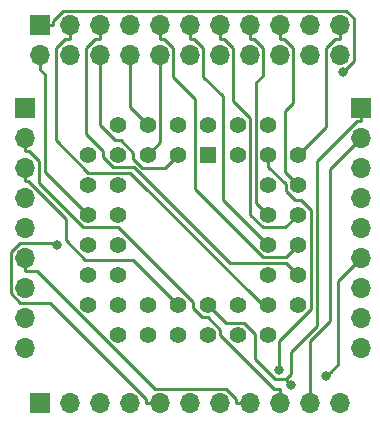
<source format=gbr>
G04 #@! TF.GenerationSoftware,KiCad,Pcbnew,5.1.2*
G04 #@! TF.CreationDate,2019-05-05T18:37:35+02:00*
G04 #@! TF.ProjectId,driverboard,64726976-6572-4626-9f61-72642e6b6963,rev?*
G04 #@! TF.SameCoordinates,Original*
G04 #@! TF.FileFunction,Copper,L1,Top*
G04 #@! TF.FilePolarity,Positive*
%FSLAX46Y46*%
G04 Gerber Fmt 4.6, Leading zero omitted, Abs format (unit mm)*
G04 Created by KiCad (PCBNEW 5.1.2) date 2019-05-05 18:37:35*
%MOMM*%
%LPD*%
G04 APERTURE LIST*
%ADD10R,1.700000X1.700000*%
%ADD11O,1.700000X1.700000*%
%ADD12R,1.422400X1.422400*%
%ADD13C,1.422400*%
%ADD14C,0.800000*%
%ADD15C,0.250000*%
G04 APERTURE END LIST*
D10*
X100000000Y-100000000D03*
D11*
X100000000Y-102540000D03*
X102540000Y-100000000D03*
X102540000Y-102540000D03*
X105080000Y-100000000D03*
X105080000Y-102540000D03*
X107620000Y-100000000D03*
X107620000Y-102540000D03*
X110160000Y-100000000D03*
X110160000Y-102540000D03*
X112700000Y-100000000D03*
X112700000Y-102540000D03*
X115240000Y-100000000D03*
X115240000Y-102540000D03*
X117780000Y-100000000D03*
X117780000Y-102540000D03*
X120320000Y-100000000D03*
X120320000Y-102540000D03*
X122860000Y-100000000D03*
X122860000Y-102540000D03*
X125400000Y-100000000D03*
X125400000Y-102540000D03*
D10*
X98750000Y-107000000D03*
D11*
X98750000Y-109540000D03*
X98750000Y-112080000D03*
X98750000Y-114620000D03*
X98750000Y-117160000D03*
X98750000Y-119700000D03*
X98750000Y-122240000D03*
X98750000Y-124780000D03*
X98750000Y-127320000D03*
D10*
X127250000Y-107000000D03*
D11*
X127250000Y-109540000D03*
X127250000Y-112080000D03*
X127250000Y-114620000D03*
X127250000Y-117160000D03*
X127250000Y-119700000D03*
X127250000Y-122240000D03*
X127250000Y-124780000D03*
X127250000Y-127320000D03*
D10*
X100000000Y-132000000D03*
D11*
X102540000Y-132000000D03*
X105080000Y-132000000D03*
X107620000Y-132000000D03*
X110160000Y-132000000D03*
X112700000Y-132000000D03*
X115240000Y-132000000D03*
X117780000Y-132000000D03*
X120320000Y-132000000D03*
X122860000Y-132000000D03*
X125400000Y-132000000D03*
D12*
X114250000Y-111000000D03*
D13*
X111710000Y-111000000D03*
X109170000Y-111000000D03*
X116790000Y-111000000D03*
X119330000Y-111000000D03*
X111710000Y-108460000D03*
X109170000Y-108460000D03*
X106630000Y-108460000D03*
X114250000Y-108460000D03*
X116790000Y-108460000D03*
X106630000Y-111000000D03*
X106630000Y-113540000D03*
X106630000Y-116080000D03*
X106630000Y-118620000D03*
X106630000Y-121160000D03*
X104090000Y-111000000D03*
X104090000Y-113540000D03*
X104090000Y-116080000D03*
X104090000Y-118620000D03*
X104090000Y-121160000D03*
X104090000Y-123700000D03*
X106630000Y-123700000D03*
X109170000Y-123700000D03*
X111710000Y-123700000D03*
X114250000Y-123700000D03*
X116790000Y-123700000D03*
X121870000Y-123700000D03*
X106630000Y-126240000D03*
X109170000Y-126240000D03*
X111710000Y-126240000D03*
X114250000Y-126240000D03*
X116790000Y-126240000D03*
X119330000Y-126240000D03*
X119330000Y-123700000D03*
X119330000Y-121160000D03*
X119330000Y-118620000D03*
X119330000Y-116080000D03*
X119330000Y-113540000D03*
X119330000Y-108460000D03*
X121870000Y-121160000D03*
X121870000Y-118620000D03*
X121870000Y-116080000D03*
X121870000Y-113540000D03*
X121870000Y-111000000D03*
D14*
X125653900Y-103990900D03*
X121250000Y-130500000D03*
X124250000Y-129750000D03*
X101473500Y-118620000D03*
X120250000Y-129250000D03*
D15*
X125653900Y-103990900D02*
X126597500Y-103047300D01*
X126597500Y-103047300D02*
X126597500Y-99443900D01*
X126597500Y-99443900D02*
X125978300Y-98824700D01*
X125978300Y-98824700D02*
X101983200Y-98824700D01*
X101983200Y-98824700D02*
X101175300Y-99632600D01*
X101175300Y-99632600D02*
X101175300Y-100000000D01*
X100000000Y-100000000D02*
X101175300Y-100000000D01*
X100000000Y-102540000D02*
X100000000Y-103715300D01*
X104090000Y-116080000D02*
X100487000Y-112477000D01*
X100487000Y-112477000D02*
X100487000Y-104202300D01*
X100487000Y-104202300D02*
X100000000Y-103715300D01*
X102540000Y-100000000D02*
X102540000Y-101175300D01*
X119330000Y-123700000D02*
X118875200Y-123700000D01*
X118875200Y-123700000D02*
X107678600Y-112503400D01*
X107678600Y-112503400D02*
X104110300Y-112503400D01*
X104110300Y-112503400D02*
X101364700Y-109757800D01*
X101364700Y-109757800D02*
X101364700Y-101983200D01*
X101364700Y-101983200D02*
X102172600Y-101175300D01*
X102172600Y-101175300D02*
X102540000Y-101175300D01*
X105080000Y-100000000D02*
X105080000Y-101175300D01*
X121870000Y-121160000D02*
X120833400Y-120123400D01*
X120833400Y-120123400D02*
X116104100Y-120123400D01*
X116104100Y-120123400D02*
X108033700Y-112053000D01*
X108033700Y-112053000D02*
X106197400Y-112053000D01*
X106197400Y-112053000D02*
X105360000Y-111215600D01*
X105360000Y-111215600D02*
X105360000Y-110693800D01*
X105360000Y-110693800D02*
X103904700Y-109238500D01*
X103904700Y-109238500D02*
X103904700Y-101983200D01*
X103904700Y-101983200D02*
X104712600Y-101175300D01*
X104712600Y-101175300D02*
X105080000Y-101175300D01*
X111710000Y-111000000D02*
X110636200Y-112073800D01*
X110636200Y-112073800D02*
X108691400Y-112073800D01*
X108691400Y-112073800D02*
X107944400Y-111326800D01*
X107944400Y-111326800D02*
X107944400Y-110842100D01*
X107944400Y-110842100D02*
X106864700Y-109762400D01*
X106864700Y-109762400D02*
X106394400Y-109762400D01*
X106394400Y-109762400D02*
X105080000Y-108448000D01*
X105080000Y-108448000D02*
X105080000Y-102540000D01*
X107620000Y-103715300D02*
X107620000Y-106910000D01*
X107620000Y-106910000D02*
X109170000Y-108460000D01*
X107620000Y-102540000D02*
X107620000Y-103715300D01*
X98750000Y-109540000D02*
X98750000Y-110715300D01*
X120320000Y-132000000D02*
X120320000Y-130824700D01*
X120320000Y-130824700D02*
X119873400Y-130824700D01*
X119873400Y-130824700D02*
X115294400Y-126245700D01*
X115294400Y-126245700D02*
X115294400Y-125808500D01*
X115294400Y-125808500D02*
X114222500Y-124736600D01*
X114222500Y-124736600D02*
X113756500Y-124736600D01*
X113756500Y-124736600D02*
X112980000Y-123960100D01*
X112980000Y-123960100D02*
X112980000Y-123448700D01*
X112980000Y-123448700D02*
X106679200Y-117147900D01*
X106679200Y-117147900D02*
X103664300Y-117147900D01*
X103664300Y-117147900D02*
X99925300Y-113408900D01*
X99925300Y-113408900D02*
X99925300Y-111523200D01*
X99925300Y-111523200D02*
X99117400Y-110715300D01*
X99117400Y-110715300D02*
X98750000Y-110715300D01*
X111710000Y-123700000D02*
X107900000Y-119890000D01*
X107900000Y-119890000D02*
X103872000Y-119890000D01*
X103872000Y-119890000D02*
X102198800Y-118216800D01*
X102198800Y-118216800D02*
X102198800Y-116404900D01*
X102198800Y-116404900D02*
X99049200Y-113255300D01*
X99049200Y-113255300D02*
X98750000Y-113255300D01*
X98750000Y-112080000D02*
X98750000Y-113255300D01*
X121289500Y-128254500D02*
X121289500Y-127717900D01*
X121289500Y-127717900D02*
X123521200Y-125486200D01*
X123521200Y-125486200D02*
X123521200Y-111536800D01*
X123521200Y-111536800D02*
X126882700Y-108175300D01*
X126882700Y-108175300D02*
X127250000Y-108175300D01*
X127250000Y-107000000D02*
X127250000Y-108175300D01*
X118254800Y-128327804D02*
X119901998Y-129975002D01*
X120848002Y-129975002D02*
X121289500Y-129533504D01*
X114250000Y-123700000D02*
X115753400Y-125203400D01*
X118254800Y-126184300D02*
X118254800Y-128327804D01*
X117273900Y-125203400D02*
X118254800Y-126184300D01*
X115753400Y-125203400D02*
X117273900Y-125203400D01*
X121289500Y-129533504D02*
X121289500Y-128254500D01*
X119901998Y-129975002D02*
X120848002Y-129975002D01*
X120848002Y-130098002D02*
X120848002Y-129975002D01*
X121250000Y-130500000D02*
X120848002Y-130098002D01*
X124602700Y-125041600D02*
X124602700Y-112187300D01*
X126400001Y-110389999D02*
X127250000Y-109540000D01*
X122860000Y-132000000D02*
X122860000Y-126784300D01*
X124602700Y-112187300D02*
X126400001Y-110389999D01*
X122860000Y-126784300D02*
X124602700Y-125041600D01*
X98750000Y-119700000D02*
X98750000Y-120875300D01*
X117780000Y-132000000D02*
X116604700Y-132000000D01*
X116604700Y-132000000D02*
X116604700Y-131632600D01*
X116604700Y-131632600D02*
X115796800Y-130824700D01*
X115796800Y-130824700D02*
X109736000Y-130824700D01*
X109736000Y-130824700D02*
X99786600Y-120875300D01*
X99786600Y-120875300D02*
X98750000Y-120875300D01*
X124649999Y-129350001D02*
X124250000Y-129750000D01*
X125250000Y-128750000D02*
X124649999Y-129350001D01*
X127250000Y-119700000D02*
X125250000Y-121700000D01*
X125250000Y-121700000D02*
X125250000Y-128750000D01*
X108984700Y-132000000D02*
X108984700Y-131632700D01*
X108984700Y-131632700D02*
X100862000Y-123510000D01*
X100862000Y-123510000D02*
X98348800Y-123510000D01*
X98348800Y-123510000D02*
X97541700Y-122702900D01*
X97541700Y-122702900D02*
X97541700Y-119212200D01*
X97541700Y-119212200D02*
X98323900Y-118430000D01*
X98323900Y-118430000D02*
X101283500Y-118430000D01*
X101283500Y-118430000D02*
X101473500Y-118620000D01*
X110160000Y-132000000D02*
X108984700Y-132000000D01*
X110160000Y-100000000D02*
X110160000Y-101175300D01*
X121870000Y-118620000D02*
X120832200Y-119657800D01*
X120832200Y-119657800D02*
X118889300Y-119657800D01*
X118889300Y-119657800D02*
X113164700Y-113933200D01*
X113164700Y-113933200D02*
X113164700Y-106241900D01*
X113164700Y-106241900D02*
X111335300Y-104412500D01*
X111335300Y-104412500D02*
X111335300Y-101983200D01*
X111335300Y-101983200D02*
X110527400Y-101175300D01*
X110527400Y-101175300D02*
X110160000Y-101175300D01*
X110160000Y-102540000D02*
X110160000Y-103715300D01*
X109170000Y-111000000D02*
X110230000Y-109940000D01*
X110230000Y-109940000D02*
X110230000Y-103785300D01*
X110230000Y-103785300D02*
X110160000Y-103715300D01*
X112700000Y-100000000D02*
X112700000Y-101175300D01*
X119330000Y-118620000D02*
X115520000Y-114810000D01*
X115520000Y-114810000D02*
X115520000Y-106035800D01*
X115520000Y-106035800D02*
X113875300Y-104391100D01*
X113875300Y-104391100D02*
X113875300Y-101983200D01*
X113875300Y-101983200D02*
X113067400Y-101175300D01*
X113067400Y-101175300D02*
X112700000Y-101175300D01*
X115240000Y-100000000D02*
X115240000Y-101175300D01*
X115240000Y-101175300D02*
X115607400Y-101175300D01*
X115607400Y-101175300D02*
X116415300Y-101983200D01*
X116415300Y-101983200D02*
X116415300Y-106462700D01*
X116415300Y-106462700D02*
X117834700Y-107882100D01*
X117834700Y-107882100D02*
X117834700Y-116071800D01*
X117834700Y-116071800D02*
X118893400Y-117130500D01*
X118893400Y-117130500D02*
X120819500Y-117130500D01*
X120819500Y-117130500D02*
X121870000Y-116080000D01*
X117780000Y-100000000D02*
X117780000Y-101175300D01*
X119330000Y-116080000D02*
X118289300Y-115039300D01*
X118289300Y-115039300D02*
X118289300Y-104935900D01*
X118289300Y-104935900D02*
X118955300Y-104269900D01*
X118955300Y-104269900D02*
X118955300Y-101983200D01*
X118955300Y-101983200D02*
X118147400Y-101175300D01*
X118147400Y-101175300D02*
X117780000Y-101175300D01*
X120320000Y-100000000D02*
X120320000Y-101175300D01*
X121870000Y-113540000D02*
X120788800Y-112458800D01*
X120788800Y-112458800D02*
X120788800Y-107300800D01*
X120788800Y-107300800D02*
X121495300Y-106594300D01*
X121495300Y-106594300D02*
X121495300Y-101983200D01*
X121495300Y-101983200D02*
X120687400Y-101175300D01*
X120687400Y-101175300D02*
X120320000Y-101175300D01*
X125400000Y-101175300D02*
X125032600Y-101175300D01*
X125032600Y-101175300D02*
X124224700Y-101983200D01*
X124224700Y-101983200D02*
X124224700Y-108645300D01*
X124224700Y-108645300D02*
X121870000Y-111000000D01*
X125400000Y-100000000D02*
X125400000Y-101175300D01*
X119330000Y-112005788D02*
X120833400Y-113509188D01*
X120833400Y-113509188D02*
X120833400Y-114023800D01*
X120250000Y-126786000D02*
X120250000Y-128684315D01*
X122944800Y-124091200D02*
X120250000Y-126786000D01*
X122102300Y-114810000D02*
X122944800Y-115652500D01*
X119330000Y-111000000D02*
X119330000Y-112005788D01*
X120833400Y-114023800D02*
X121619600Y-114810000D01*
X121619600Y-114810000D02*
X122102300Y-114810000D01*
X120250000Y-128684315D02*
X120250000Y-129250000D01*
X122944800Y-115652500D02*
X122944800Y-124091200D01*
M02*

</source>
